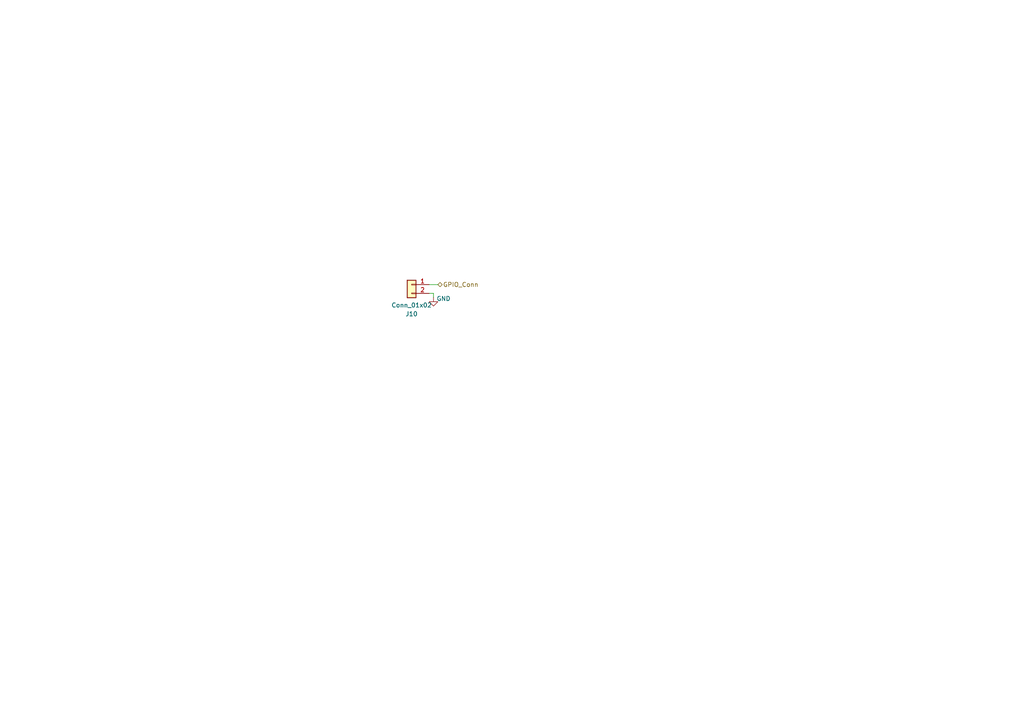
<source format=kicad_sch>
(kicad_sch (version 20230121) (generator eeschema)
  (paper "A4")
  (lib_symbols
    (symbol "4ms_Connector:Conn_01x02" (pin_names (offset 1.016) hide)
      (property "Reference" "J" (at 0 2.54 0))
      (property "Value" "Conn_01x02" (at 0 -5.08 0))
      (symbol "Conn_01x02_1_1"
        (rectangle (start -1.27 -2.413) (end 0 -2.667) (stroke (width 0.1524)))
        (rectangle (start -1.27 0.127) (end 0 -0.127) (stroke (width 0.1524)))
        (rectangle (start -1.27 1.27) (end 1.27 -3.81) (stroke (width 0.254)) (fill (type background)))
        (pin passive line (at -5.08 0 0) (length 3.81) (name "Pin_1") (number "1"))
        (pin passive line (at -5.08 -2.54 0) (length 3.81) (name "Pin_2") (number "2"))
      )
    )
    (symbol "power:GND" (power) (pin_names (offset 0))
      (property "Value" "GND" (at 0 -3.81 0))
      (symbol "GND_0_1"
        (polyline (pts (xy 0 0) (xy 0 -1.27) (xy 1.27 -1.27) (xy 0 -2.54) (xy -1.27 -1.27) (xy 0 -1.27)))
      )
      (symbol "GND_1_1"
        (pin power_in line (at 0 0 270) (length 0) hide (name "GND") (number "1"))
      )
    )
  )
  (wire (pts (xy 124.46 82.55) (xy 127 82.55)))
  (wire (pts (xy 125.73 85.09) (xy 125.73 86.233)))
  (wire (pts (xy 124.46 85.09) (xy 125.73 85.09)))
  (hierarchical_label "GPIO_Conn" (shape bidirectional) (at 127 82.55 0))
  (symbol (lib_id "4ms_Connector:Conn_01x02") (at 119.38 82.55 0) (mirror y) (unit 1)
    (property "Reference" "J10" (at 119.38 91.059 0))
    (property "Value" "Conn_01x02" (at 119.38 88.519 0))
    (property "Footprint" "Connector_PinHeader_2.54mm:PinHeader_1x02_P2.54mm_Vertical" (effects hide))
    (property "Specifications" "Pins_01x02, Header, Male Pins, 1*2, spacing 2.54mm, straight pin" (effects hide))
    (property "Manufacturer" "TAD" (effects hide))
    (property "Part Number" "1-0201FBV0T" (effects hide))
    (instances (project "DaisySeedBreakout" (path "" (reference "J10") (unit 1)) (path "" (reference "J11") (unit 1)) (path "" (reference "J8") (unit 1)) (path "" (reference "J9") (unit 1)) (path "" (reference "J10") (unit 1)) (path "" (reference "J13") (unit 1)) (path "" (reference "J14") (unit 1)) (path "" (reference "J20") (unit 1)) (path "" (reference "J12") (unit 1)) (path "" (reference "J21") (unit 1)) (path "" (reference "J22") (unit 1)) (path "" (reference "J66") (unit 1)) (path "" (reference "J67") (unit 1)) (path "" (reference "J68") (unit 1))))
  )
  (symbol (lib_id "power:GND") (at 125.73 86.233 0) (mirror y) (unit 1)
    (property "Reference" "#PWR043" (effects hide))
    (property "Value" "GND" (at 128.651 86.614 0))
    (instances (project "DaisySeedBreakout" (path "" (reference "#PWR043") (unit 1)) (path "" (reference "#PWR044") (unit 1)) (path "" (reference "#PWR040") (unit 1)) (path "" (reference "#PWR042") (unit 1)) (path "" (reference "#PWR043") (unit 1)) (path "" (reference "#PWR046") (unit 1)) (path "" (reference "#PWR047") (unit 1)) (path "" (reference "#PWR048") (unit 1)) (path "" (reference "#PWR045") (unit 1)) (path "" (reference "#PWR049") (unit 1)) (path "" (reference "#PWR050") (unit 1)) (path "" (reference "#PWR051") (unit 1)) (path "" (reference "#PWR057") (unit 1)) (path "" (reference "#PWR058") (unit 1))))
  )
)
</source>
